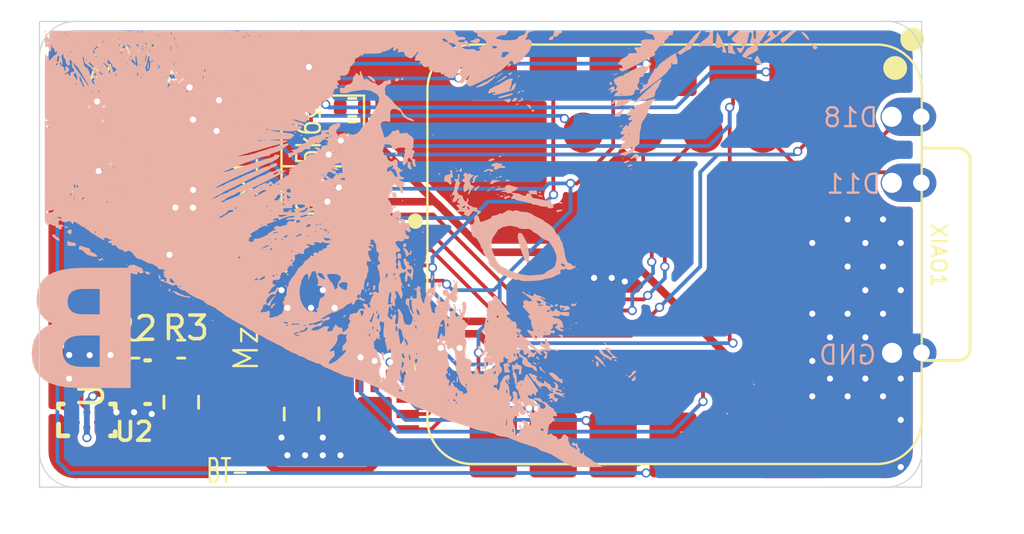
<source format=kicad_pcb>
(kicad_pcb (version 20241229) (generator "pcbnew") (generator_version "9.0")
  (title_block (title "3 Axis Driver Board") (date "2025-03-27") (rev "1") (company "Allen Alvarez"))
  (layers (0 "F.Cu" signal) (2 "B.Cu" signal) (13 "F.Paste" user) (15 "B.Paste" user) (5 "F.SilkS" user "F.Silkscreen") (7 "B.SilkS" user "B.Silkscreen") (1 "F.Mask" user) (3 "B.Mask" user) (25 "Edge.Cuts" user))
  (net 0 "")
  (net 1 "GND")
  (net 2 "GPI1")
  (net 3 "SCL")
  (net 4 "SDA")
  (net 5 "GPIO0")
  (net 6 "EN_X")
  (net 7 "PWM_X")
  (net 8 "GPI2")
  (net 9 "Net-(BT1--)")
  (net 10 "Net-(ICy1-OUTP)")
  (net 11 "GPIO1")
  (net 12 "PWM_Y")
  (net 13 "GPI3")
  (net 14 "EN_Y")
  (net 15 "Net-(ICy1-OUTN)")
  (net 16 "GPI4")
  (net 17 "GPIO2")
  (net 18 "Net-(ICz1-OUTP)")
  (net 19 "GPI5")
  (net 20 "PWM_Z")
  (net 21 "Net-(ICz1-OUTN)")
  (net 22 "GPI6")
  (net 23 "EN_Z")
  (net 24 "3v3")
  (net 26 "unconnected-(XIAO1-D11-Pad15)")
  (net 27 "unconnected-(XIAO1-D18-Pad22)")
  (net 28 "Net-(U1-BAT)")
  (net 29 "VBAT")
  (net 30 "Net-(ICx1-OUTN)")
  (net 31 "Net-(ICx1-OUTP)")
  (net 32 "Net-(U1-DOUT)")
  (net 33 "Net-(U1-COUT)")
  (net 35 "Net-(U1-V-)")
  (footprint "Resistor_SMD:R_0402_1005Metric" (layer "F.Cu") (at 148.25 92 180)
    (property "Reference" "R201" (hide yes))
    (property "Value" "5k6")
  )
  (footprint "Capacitor_SMD:C_0805_2012Metric" (layer "F.Cu") (at 141 102.5 -90)
    (property "Reference" "C4" (hide yes))
    (property "Value" "100nF")
  )
  (footprint "TestPoint:Castelated Pin" (layer "F.Cu") (at 171.518549 90.400574)
    (property "Reference" "D18")
    (property "Value" "Castleted Pin")
  )
  (footprint "Capacitor_SMD:C_0805_2012Metric" (layer "F.Cu") (at 139.8 95.2)
    (property "Reference" "C2" (hide yes))
    (property "Value" "100 nF")
  )
  (footprint "Resistor_SMD:R_0402_1005Metric" (layer "F.Cu") (at 141 100.25)
    (property "Reference" "R3")
    (property "Value" "330")
  )
  (footprint "Footprints:VLV221007E" (layer "F.Cu") (at 143.7 96.7)
    (property "Reference" "Mx1")
    (property "Value" "~")
  )
  (footprint "Resistor_SMD:R_0402_1005Metric" (layer "F.Cu") (at 148.25 94 180)
    (property "Reference" "R105" (hide yes))
    (property "Value" "2k2")
  )
  (footprint "Footprints:DSE0006A" (layer "F.Cu") (at 138.774999 101.65)
    (property "Reference" "U1")
    (property "Value" "BQ29737DSER")
  )
  (footprint "Footprints:QFN65P300X300X84-12N-D" (layer "F.Cu") (at 149.3 96.7 -90)
    (property "Reference" "ICx1" (hide yes))
    (property "Value" "DA7282-00FV2" (hide yes))
  )
  (footprint "Resistor_SMD:R_0402_1005Metric" (layer "F.Cu") (at 148.25 93 180)
    (property "Reference" "R104" (hide yes))
    (property "Value" "2k2")
  )
  (footprint "TestPoint:Castelated Pin" (layer "F.Cu") (at 171.53177 100.407285)
    (property "Reference" "GND")
    (property "Value" "Castleted Pin")
  )
  (footprint "Footprints:YJE0006A" (layer "F.Cu") (at 137 103.25 90)
    (property "Reference" "U2")
    (property "Value" "CSD83325L")
  )
  (footprint "Footprints:QFN65P300X300X84-12N-D" (layer "F.Cu") (at 139.8 92.1)
    (property "Reference" "ICy1" (hide yes))
    (property "Value" "DA7282-00FV2" (hide yes))
  )
  (footprint "TestPoint:Castelated Pin" (layer "F.Cu") (at 171.525242 93.2)
    (property "Reference" "D11")
    (property "Value" "Castleted Pin")
  )
  (footprint "Footprints:VLV221007E" (layer "F.Cu") (at 143.6 103)
    (property "Reference" "Mz1")
    (property "Value" "~")
  )
  (footprint "Footprints:XIAO-MG24-SMD" (layer "F.Cu") (at 161.85 96.23)
    (property "Reference" "XIAO1")
    (property "Value" "~")
  )
  (footprint "Capacitor_SMD:C_0805_2012Metric" (layer "F.Cu") (at 146.1 103 -90)
    (property "Reference" "C3" (hide yes))
    (property "Value" "100 nF")
  )
  (footprint "Resistor_SMD:R_0402_1005Metric" (layer "F.Cu") (at 148.25 90 180)
    (property "Reference" "R202" (hide yes))
    (property "Value" "5k6")
  )
  (footprint "Resistor_SMD:R_0402_1005Metric" (layer "F.Cu") (at 148.25 91 180)
    (property "Reference" "R203" (hide yes))
    (property "Value" "5k6")
  )
  (footprint "Footprints:QFN65P300X300X84-12N-D" (layer "F.Cu") (at 149.2 103 -90)
    (property "Reference" "ICz1" (hide yes))
    (property "Value" "DA7282-00FV2" (hide yes))
  )
  (footprint "Footprints:CAT" (layer "F.Cu") (at 154.25 95.75)
    (property "Reference" "G***" (hide yes))
    (property "Value" "LOGO" (hide yes))
  )
  (footprint "Capacitor_SMD:C_0805_2012Metric" (layer "F.Cu") (at 146.172406 96.7 -90)
    (property "Reference" "C1" (hide yes))
    (property "Value" "100 nF")
  )
  (footprint "Footprints:VLV221007E" (layer "F.Cu") (at 139.8 97.7 90)
    (property "Reference" "My1")
    (property "Value" "~")
  )
  (footprint "Resistor_SMD:R_0402_1005Metric" (layer "F.Cu") (at 139.055 100.25 180)
    (property "Reference" "R2")
    (property "Value" "2k2")
  )
  (gr_line (start 160.75 105.5) (end 161.75 105.5) (stroke (width 0.2)) (layer "F.Cu") (net 16))
  (gr_line (start 145.25 92.5) (end 145.25 94.5) (stroke (width 0.1)) (layer "F.SilkS"))
  (gr_line (start 148.75 89.5) (end 148.75 92.5) (stroke (width 0.1)) (layer "F.SilkS"))
  (gr_line (start 145.25 92.5) (end 145.25 89.5) (stroke (width 0.1)) (layer "F.SilkS"))
  (gr_line (start 145.25 94.5) (end 148.75 94.5) (stroke (width 0.1)) (layer "F.SilkS"))
  (gr_line (start 145.25 89.5) (end 148.75 89.5) (stroke (width 0.1)) (layer "F.SilkS"))
  (gr_line (start 148.75 92.5) (end 145.25 92.5) (stroke (width 0.1)) (layer "F.SilkS"))
  (gr_line (start 148.75 94.5) (end 148.75 92.5) (stroke (width 0.1)) (layer "F.SilkS"))
  (gr_arc (start 136.49 106.1) (mid 135.429316 105.660651) (end 134.989967 104.599967) (stroke (width 0.05)) (layer "Edge.Cuts"))
  (gr_arc (start 172.390033 104.6) (mid 171.950684 105.660684) (end 170.89 106.100033) (stroke (width 0.05)) (layer "Edge.Cuts"))
  (gr_rect (start 134.99 86.36) (end 172.39 106.1) (stroke (width 0.05)) (fill no) (layer "Edge.Cuts"))
  (gr_arc (start 134.990651 87.860684) (mid 135.43 86.8) (end 136.490684 86.360651) (stroke (width 0.05)) (layer "Edge.Cuts"))
  (gr_arc (start 170.89 86.349967) (mid 171.950684 86.789316) (end 172.390033 87.85) (stroke (width 0.05)) (layer "Edge.Cuts"))
  (gr_text "2k2" (at 147 94.5 90) (layer "F.SilkS") (effects (font (size 1 0.7) (thickness 0.1)) (justify left bottom)))
  (gr_text "BT+" (at 135.5 94 0) (layer "F.SilkS") (effects (font (size 1 0.6) (thickness 0.1)) (justify left bottom)))
  (gr_text "5k6Ω" (at 147 92.5 90) (layer "F.SilkS") (effects (font (size 1 0.7) (thickness 0.1)) (justify left bottom)))
  (gr_text "BT-" (at 142 106 0) (layer "F.SilkS") (effects (font (size 1 0.6) (thickness 0.1)) (justify left bottom)))
  (gr_text "3 Axis LRA Driver\nAAC  REV 2" (at 137 89 0) (layer "F.SilkS") (effects (font (size 0.7 0.7) (thickness 0.1)) (justify left bottom)))
  (gr_text "B" (at 139.5 102.75 0) (layer "B.SilkS") (effects (font (size 5 5) (thickness 0.1)) (justify left bottom mirror)))
  (segment (start 139 102.924999) (end 139.674999 102.924999) (width 0.325) (layer "F.Cu") (net 1))
  (segment (start 139 102.924999) (end 137.649999 102.924999) (width 0.325) (layer "F.Cu") (net 1))
  (segment (start 136.25 101.5) (end 136.2 101.55) (width 0.325) (layer "F.Cu") (net 1))
  (segment (start 159.649337 97.23) (end 159.802337 97.383) (width 0.95) (layer "F.Cu") (net 1))
  (segment (start 158.98 97.23) (end 159.25 97.23) (width 0.95) (layer "F.Cu") (net 1))
  (segment (start 159.25 97.23) (end 159.649337 97.23) (width 0.95) (layer "F.Cu") (net 1))
  (segment (start 156.875189 97.23) (end 158.5 97.23) (width 0.95) (layer "F.Cu") (net 1))
  (segment (start 158.5 97.23) (end 158.98 97.23) (width 0.95) (layer "F.Cu") (net 1))
  (segment (start 139.674999 102.924999) (end 139.75 103) (width 0.325) (layer "F.Cu") (net 1))
  (segment (start 136.2 102.775) (end 136.349999 102.924999) (width 0.325) (layer "F.Cu") (net 1))
  (segment (start 136.2 101.55) (end 136.2 102.775) (width 0.325) (layer "F.Cu") (net 1))
  (via (at 139 102.924999) (size 0.39) (drill 0.26) (layers "F.Cu" "B.Cu") (net 1))
  (via (at 171.5 103.25) (size 0.39) (drill 0.26) (layers "F.Cu" "B.Cu") (net 1))
  (via (at 138 100.5) (size 0.39) (drill 0.26) (layers "F.Cu" "B.Cu") (net 1))
  (via (at 145.5 98.5) (size 0.39) (drill 0.26) (layers "F.Cu" "B.Cu") (net 1))
  (via (at 167.75 102.25) (size 0.39) (drill 0.26) (layers "F.Cu" "B.Cu") (net 1))
  (via (at 171.5 105.25) (size 0.39) (drill 0.26) (layers "F.Cu" "B.Cu") (net 1))
  (via (at 170 101.5) (size 0.39) (drill 0.26) (layers "F.Cu" "B.Cu") (net 1))
  (via (at 140.75 94.25) (size 0.39) (drill 0.26) (layers "F.Cu" "B.Cu") (net 1))
  (via (at 169.25 98.75) (size 0.39) (drill 0.26) (layers "F.Cu" "B.Cu") (net 1))
  (via (at 171.5 97.75) (size 0.39) (drill 0.26) (layers "F.Cu" "B.Cu") (net 1))
  (via (at 145.25 97.75) (size 0.39) (drill 0.26) (layers "F.Cu" "B.Cu") (net 1))
  (via (at 169.25 94.75) (size 0.39) (drill 0.26) (layers "F.Cu" "B.Cu") (net 1))
  (via (at 141.5 93.5) (size 0.39) (drill 0.26) (layers "F.Cu" "B.Cu") (net 1))
  (via (at 170 95.75) (size 0.39) (drill 0.26) (layers "F.Cu" "B.Cu") (net 1))
  (via (at 170 99.75) (size 0.39) (drill 0.26) (layers "F.Cu" "B.Cu") (net 1))
  (via (at 167.75 100.75) (size 0.39) (drill 0.26) (layers "F.Cu" "B.Cu") (net 1))
  (via (at 169.25 102.25) (size 0.39) (drill 0.26) (layers "F.Cu" "B.Cu") (net 1))
  (via (at 146.5 98.5) (size 0.39) (drill 0.26) (layers "F.Cu" "B.Cu") (net 1))
  (via (at 147.5 98.5) (size 0.39) (drill 0.26) (layers "F.Cu" "B.Cu") (net 1))
  (via (at 147 97.75) (size 0.39) (drill 0.26) (layers "F.Cu" "B.Cu") (net 1))
  (via (at 136.25 101.5) (size 0.39) (drill 0.26) (layers "F.Cu" "B.Cu") (net 1))
  (via (at 171.5 101.5) (size 0.39) (drill 0.26) (layers "F.Cu" "B.Cu") (net 1))
  (via (at 147 104.75) (size 0.39) (drill 0.26) (layers "F.Cu" "B.Cu") (net 1))
  (via (at 147 104) (size 0.39) (drill 0.26) (layers "F.Cu" "B.Cu") (net 1))
  (via (at 170 97.75) (size 0.39) (drill 0.26) (layers "F.Cu" "B.Cu") (net 1))
  (via (at 170.75 94.75) (size 0.39) (drill 0.26) (layers "F.Cu" "B.Cu") (net 1))
  (via (at 171.5 95.75) (size 0.39) (drill 0.26) (layers "F.Cu" "B.Cu") (net 1))
  (via (at 159.25 97.23) (size 0.39) (drill 0.26) (layers "F.Cu" "B.Cu") (net 1))
  (via (at 146.25 104.75) (size 0.39) (drill 0.26) (layers "F.Cu" "B.Cu") (net 1))
  (via (at 169.25 96.75) (size 0.39) (drill 0.26) (layers "F.Cu" "B.Cu") (net 1))
  (via (at 167.75 98.75) (size 0.39) (drill 0.26) (layers "F.Cu" "B.Cu") (net 1))
  (via (at 140.5 96.25) (size 0.39) (drill 0.26) (layers "F.Cu" "B.Cu") (net 1))
  (via (at 141.5 94.25) (size 0.39) (drill 0.26) (layers "F.Cu" "B.Cu") (net 1))
  (via (at 168.5 99.75) (size 0.39) (drill 0.26) (layers "F.Cu" "B.Cu") (net 1))
  (via (at 139.75 103) (size 0.39) (drill 0.26) (layers "F.Cu" "B.Cu") (net 1))
  (via (at 137.11757 100.506971) (size 0.39) (drill 0.26) (layers "F.Cu" "B.Cu") (net 1))
  (via (at 170.75 96.75) (size 0.39) (drill 0.26) (layers "F.Cu" "B.Cu") (net 1))
  (via (at 170.75 102.25) (size 0.39) (drill 0.26) (layers "F.Cu" "B.Cu") (net 1))
  (via (at 159.802337 97.383) (size 0.39) (drill 0.26) (layers "F.Cu" "B.Cu") (net 1))
  (via (at 167.75 95.75) (size 0.39) (drill 0.26) (layers "F.Cu" "B.Cu") (net 1))
  (via (at 147.75 104.75) (size 0.39) (drill 0.26) (layers "F.Cu" "B.Cu") (net 1))
  (via (at 145.5 104.75) (size 0.39) (drill 0.26) (layers "F.Cu" "B.Cu") (net 1))
  (via (at 138.25 102.924999) (size 0.39) (drill 0.26) (layers "F.Cu" "B.Cu") (net 1))
  (via (at 136.25 100.5) (size 0.39) (drill 0.26) (layers "F.Cu" "B.Cu") (net 1))
  (via (at 168.5 101.5) (size 0.39) (drill 0.26) (layers "F.Cu" "B.Cu") (net 1))
  (via (at 138.25 102.924999) (size 0.39) (drill 0.26) (layers "F.Cu" "B.Cu") (net 1))
  (via (at 145.25 104) (size 0.39) (drill 0.26) (layers "F.Cu" "B.Cu") (net 1))
  (via (at 170.75 98.75) (size 0.39) (drill 0.26) (layers "F.Cu" "B.Cu") (net 1))
  (via (at 158.5 97.23) (size 0.39) (drill 0.26) (layers "F.Cu" "B.Cu") (net 1))
  (segment (start 149.3 95.3) (end 149.3 94.665) (width 0.16) (layer "F.Cu") (net 2))
  (segment (start 163.12 91.070994) (end 161.5 92.690994) (width 0.16) (layer "F.Cu") (net 2))
  (segment (start 161.5 92.690994) (end 161.5 96.75) (width 0.16) (layer "F.Cu") (net 2))
  (segment (start 149.421 94.544) (end 151.681545 94.544) (width 0.16) (layer "F.Cu") (net 2))
  (segment (start 151.681545 94.544) (end 155.276545 98.139) (width 0.16) (layer "F.Cu") (net 2))
  (segment (start 160.611 98.139) (end 160.75 98) (width 0.16) (layer "F.Cu") (net 2))
  (segment (start 149.3 94.665) (end 149.421 94.544) (width 0.16) (layer "F.Cu") (net 2))
  (segment (start 155.276545 98.139) (end 160.611 98.139) (width 0.16) (layer "F.Cu") (net 2))
  (via (at 160.775 97.975) (size 0.39) (drill 0.26) (layers "F.Cu" "B.Cu") (net 2))
  (via (at 161.5 96.75) (size 0.39) (drill 0.26) (layers "F.Cu" "B.Cu") (net 2))
  (segment (start 160.775 97.975) (end 161.5 97.25) (width 0.16) (layer "B.Cu") (net 2))
  (segment (start 161.5 97.25) (end 161.5 96.75) (width 0.16) (layer "B.Cu") (net 2))
  (segment (start 141.364002 90.519) (end 141.5 90.519) (width 0.16) (layer "F.Cu") (net 3))
  (segment (start 151.65 96.7) (end 150.7 96.7) (width 0.16) (layer "F.Cu") (net 3))
  (segment (start 139.8 90.138) (end 139.994 89.944) (width 0.16) (layer "F.Cu") (net 3))
  (segment (start 151.45 103) (end 150.6 103) (width 0.16) (layer "F.Cu") (net 3))
  (segment (start 152.8 101.65) (end 152.8 100.2) (width 0.16) (layer "F.Cu") (net 3))
  (segment (start 156.780958 93.7) (end 156.780958 93.240958) (width 0.16) (layer "F.Cu") (net 3))
  (segment (start 156.780958 93.240958) (end 156.77 93.23) (width 0.16) (layer "F.Cu") (net 3))
  (segment (start 151.45 103) (end 152.8 101.65) (width 0.16) (layer "F.Cu") (net 3))
  (segment (start 139.994 89.944) (end 140.789002 89.944) (width 0.16) (layer "F.Cu") (net 3))
  (segment (start 140.789002 89.944) (end 141.364002 90.519) (width 0.16) (layer "F.Cu") (net 3))
  (segment (start 139.8 90.7) (end 139.8 90.138) (width 0.16) (layer "F.Cu") (net 3))
  (segment (start 147.685 94) (end 147.25 94) (width 0.16) (layer "F.Cu") (net 3))
  (segment (start 156.77 93.23) (end 156.77 88.1475) (width 0.16) (layer "F.Cu") (net 3))
  (via (at 141.5 90.519) (size 0.39) (drill 0.26) (layers "F.Cu" "B.Cu") (net 3))
  (via (at 156.780958 93.7) (size 0.39) (drill 0.26) (layers "F.Cu" "B.Cu") (net 3))
  (via (at 152.8 100.2) (size 0.39) (drill 0.26) (layers "F.Cu" "B.Cu") (net 3))
  (via (at 151.65 96.8) (size 0.39) (drill 0.26) (layers "F.Cu" "B.Cu") (net 3))
  (via (at 147.2 94) (size 0.39) (drill 0.26) (layers "F.Cu" "B.Cu") (net 3))
  (segment (start 156.480958 94) (end 156.780958 93.7) (width 0.16) (layer "B.Cu") (net 3))
  (segment (start 147.893728 94.693728) (end 147.2 94) (width 0.16) (layer "B.Cu") (net 3))
  (segment (start 154 94) (end 153.306272 94.693728) (width 0.16) (layer "B.Cu") (net 3))
  (segment (start 146.489375 94) (end 147.2 94) (width 0.16) (layer "B.Cu") (net 3))
  (segment (start 153.306272 94.693728) (end 147.893728 94.693728) (width 0.16) (layer "B.Cu") (net 3))
  (segment (start 156.530958 94) (end 156.5 94) (width 0.16) (layer "B.Cu") (net 3))
  (segment (start 141.5 90.519) (end 141.5 90.75) (width 0.16) (layer "B.Cu") (net 3))
  (segment (start 143 92.25) (end 144.739375 92.25) (width 0.16) (layer "B.Cu") (net 3))
  (segment (start 141.5 90.75) (end 143 92.25) (width 0.16) (layer "B.Cu") (net 3))
  (segment (start 151.65 97.8) (end 151.65 96.8) (width 0.16) (layer "B.Cu") (net 3))
  (segment (start 156.5 94) (end 156.5 93.980958) (width 0.16) (layer "B.Cu") (net 3))
  (segment (start 151.65 96.35) (end 151.65 96.8) (width 0.16) (layer "B.Cu") (net 3))
  (segment (start 156.5 94) (end 154 94) (width 0.16) (layer "B.Cu") (net 3))
  (segment (start 152.8 98.95) (end 152.8 100.1825) (width 0.16) (layer "B.Cu") (net 3))
  (segment (start 151.65 97.8) (end 152.8 98.95) (width 0.16) (layer "B.Cu") (net 3))
  (segment (start 144.739375 92.25) (end 146.489375 94) (width 0.16) (layer "B.Cu") (net 3))
  (segment (start 156.5 93.980958) (end 156.780958 93.7) (width 0.16) (layer "B.Cu") (net 3))
  (segment (start 154 94) (end 151.65 96.35) (width 0.16) (layer "B.Cu") (net 3))
  (segment (start 141.956 90.994) (end 140.844 90.994) (width 0.16) (layer "F.Cu") (net 4))
  (segment (start 151.6 103.65) (end 150.6 103.65) (width 0.16) (layer "F.Cu") (net 4))
  (segment (start 157.5 93.22529) (end 157.77471 93.22529) (width 0.16) (layer "F.Cu") (net 4))
  (segment (start 153.6 101.65) (end 153.6 100.4) (width 0.16) (layer "F.Cu") (net 4))
  (segment (start 141.956 91) (end 141.956 90.994) (width 0.16) (layer "F.Cu") (net 4))
  (segment (start 142.5 91) (end 141.956 91) (width 0.16) (layer "F.Cu") (net 4))
  (segment (start 152.1 97.35) (end 152.25 97.5) (width 0.16) (layer "F.Cu") (net 4))
  (segment (start 140.844 90.994) (end 140.5 90.65) (width 0.16) (layer "F.Cu") (net 4))
  (segment (start 151.6 103.65) (end 153.6 101.65) (width 0.16) (layer "F.Cu") (net 4))
  (segment (start 150.7 97.35) (end 152.1 97.35) (width 0.16) (layer "F.Cu") (net 4))
  (segment (start 147.68 93.4) (end 147.68 93) (width 0.16) (layer "F.Cu") (net 4))
  (segment (start 159.31 91.69) (end 159.31 88.1475) (width 0.16) (layer "F.Cu") (net 4))
  (segment (start 157.77471 93.22529) (end 159.31 91.69) (width 0.16) (layer "F.Cu") (net 4))
  (via (at 157.5 93.22529) (size 0.39) (drill 0.26) (layers "F.Cu" "B.Cu") (net 4))
  (via (at 152.25 97.5) (size 0.39) (drill 0.26) (layers "F.Cu" "B.Cu") (net 4))
  (via (at 153.6 100.4) (size 0.39) (drill 0.26) (layers "F.Cu" "B.Cu") (net 4))
  (via (at 142.5 91) (size 0.39) (drill 0.26) (layers "F.Cu" "B.Cu") (net 4))
  (via (at 147.68 93.4) (size 0.39) (drill 0.26) (layers "F.Cu" "B.Cu") (net 4))
  (segment (start 154.5 98.612503) (end 153.6 99.512503) (width 0.16) (layer "B.Cu") (net 4))
  (segment (start 154.25 97.75) (end 152.5 97.75) (width 0.16) (layer "B.Cu") (net 4))
  (segment (start 154.5 98.612503) (end 154.5 97.5) (width 0.16) (layer "B.Cu") (net 4))
  (segment (start 154.5 97.401562) (end 154.5 97.5) (width 0.16) (layer "B.Cu") (net 4))
  (segment (start 156.978124 93.224) (end 156.979414 93.22529) (width 0.16) (layer "B.Cu") (net 4))
  (segment (start 156.979414 93.22529) (end 157.5 93.22529) (width 0.16) (layer "B.Cu") (net 4))
  (segment (start 147 93.4) (end 147.594081 93.4) (width 0.16) (layer "B.Cu") (net 4))
  (segment (start 157.5 94.401562) (end 154.5 97.401562) (width 0.16) (layer "B.Cu") (net 4))
  (segment (start 142.9 91.4) (end 145 91.4) (width 0.16) (layer "B.Cu") (net 4))
  (segment (start 153.6 99.512503) (end 153.6 100.4) (width 0.16) (layer "B.Cu") (net 4))
  (segment (start 157.5 93.22529) (end 157.5 94.401562) (width 0.16) (layer "B.Cu") (net 4))
  (segment (start 147.594081 93.4) (end 147.644081 93.45) (width 0.16) (layer "B.Cu") (net 4))
  (segment (start 142.5 91) (end 142.9 91.4) (width 0.16) (layer "B.Cu") (net 4))
  (segment (start 147.644081 93.45) (end 156.357792 93.45) (width 0.16) (layer "B.Cu") (net 4))
  (segment (start 145 91.4) (end 147 93.4) (width 0.16) (layer "B.Cu") (net 4))
  (segment (start 154.5 97.5) (end 154.25 97.75) (width 0.16) (layer "B.Cu") (net 4))
  (segment (start 152.5 97.75) (end 152.25 97.5) (width 0.16) (layer "B.Cu") (net 4))
  (segment (start 156.357792 93.45) (end 156.583792 93.224) (width 0.16) (layer "B.Cu") (net 4))
  (segment (start 156.583792 93.224) (end 156.978124 93.224) (width 0.16) (layer "B.Cu") (net 4))
  (segment (start 151.609527 96.05) (end 150.7 96.05) (width 0.16) (layer "F.Cu") (net 5))
  (segment (start 160.069001 99.681) (end 161.275 98.475) (width 0.16) (layer "F.Cu") (net 5))
  (segment (start 147.68 92) (end 147.25 92) (width 0.16) (layer "F.Cu") (net 5))
  (segment (start 160.069001 99.681) (end 155.240527 99.681) (width 0.16) (layer "F.Cu") (net 5))
  (segment (start 169.47 89.53) (end 169.47 88.1475) (width 0.16) (layer "F.Cu") (net 5))
  (segment (start 155.240527 99.681) (end 151.609527 96.05) (width 0.16) (layer "F.Cu") (net 5))
  (segment (start 167.130379 91.869621) (end 169.47 89.53) (width 0.16) (layer "F.Cu") (net 5))
  (via (at 161.275 98.475) (size 0.39) (drill 0.26) (layers "F.Cu" "B.Cu") (net 5))
  (via (at 167.130379 91.869621) (size 0.39) (drill 0.26) (layers "F.Cu" "B.Cu") (net 5))
  (via (at 147.25 92) (size 0.39) (drill 0.26) (layers "F.Cu" "B.Cu") (net 5))
  (segment (start 163 96.75) (end 163 92.75) (width 0.16) (layer "B.Cu") (net 5))
  (segment (start 163.75 92) (end 167 92) (width 0.16) (layer "B.Cu") (net 5))
  (segment (start 167 92) (end 167.130379 91.869621) (width 0.16) (layer "B.Cu") (net 5))
  (segment (start 161.315185 98.434816) (end 163 96.75) (width 0.16) (layer "B.Cu") (net 5))
  (segment (start 163 92.75) (end 163.75 92) (width 0.16) (layer "B.Cu") (net 5))
  (segment (start 147.25 92) (end 163.75 92) (width 0.16) (layer "B.Cu") (net 5))
  (segment (start 149.95 98.1) (end 149.95 98.7) (width 0.325) (layer "F.Cu") (net 6))
  (segment (start 149.95 98.7) (end 150.324 99.074) (width 0.325) (layer "F.Cu") (net 6))
  (segment (start 153.817876 99.074) (end 155.97487 101.230994) (width 0.325) (layer "F.Cu") (net 6))
  (segment (start 150.324 99.074) (end 153.817876 99.074) (width 0.325) (layer "F.Cu") (net 6))
  (segment (start 155.97487 101.230994) (end 158.04 101.230994) (width 0.325) (layer "F.Cu") (net 6))
  (segment (start 147.178406 95.3) (end 148.65 95.3) (width 0.16) (layer "F.Cu") (net 7))
  (segment (start 160.705 88.1475) (end 161.85 88.1475) (width 0.16) (layer "F.Cu") (net 7))
  (segment (start 146.409725 88.340275) (end 146.5 88.43055) (width 0.16) (layer "F.Cu") (net 7))
  (segment (start 146.409725 88.295) (end 146.409725 88.340275) (width 0.16) (layer "F.Cu") (net 7))
  (segment (start 146.5 88.43055) (end 146.5 94.59472) (width 0.16) (layer "F.Cu") (net 7))
  (segment (start 146.5 94.59472) (end 147.178406 95.273126) (width 0.16) (layer "F.Cu") (net 7))
  (segment (start 147.178406 95.273126) (end 147.178406 95.3) (width 0.16) (layer "F.Cu") (net 7))
  (via (at 146.409725 88.295) (size 0.39) (drill 0.26) (layers "F.Cu" "B.Cu") (net 7))
  (via (at 160.705 88.1475) (size 0.39) (drill 0.26) (layers "F.Cu" "B.Cu") (net 7))
  (segment (start 146.499 88.251) (end 146.6025 88.1475) (width 0.16) (layer "B.Cu") (net 7))
  (segment (start 160.75 88.1475) (end 146.6025 88.1475) (width 0.16) (layer "B.Cu") (net 7))
  (segment (start 146.499 88.251) (end 146.409725 88.251) (width 0.16) (layer "B.Cu") (net 7))
  (segment (start 154.863999 98.613999) (end 151.55 95.3) (width 0.16) (layer "F.Cu") (net 8))
  (segment (start 160.58 95.42) (end 160.58 91.070994) (width 0.16) (layer "F.Cu") (net 8))
  (segment (start 160.118537 98.613999) (end 154.863999 98.613999) (width 0.16) (layer "F.Cu") (net 8))
  (segment (start 151.55 95.3) (end 149.95 95.3) (width 0.16) (layer "F.Cu") (net 8))
  (segment (start 160.944575 95.784575) (end 160.58 95.42) (width 0.16) (layer "F.Cu") (net 8))
  (segment (start 160.944575 96.550994) (end 160.944575 95.784575) (width 0.16) (layer "F.Cu") (net 8))
  (via (at 160.118537 98.613999) (size 0.39) (drill 0.26) (layers "F.Cu" "B.Cu") (net 8))
  (via (at 160.944575 96.550994) (size 0.39) (drill 0.26) (layers "F.Cu" "B.Cu") (net 8))
  (segment (start 161 96.606419) (end 161 97.034233) (width 0.16) (layer "B.Cu") (net 8))
  (segment (start 160.118537 97.915696) (end 160.118537 98.613999) (width 0.16) (layer "B.Cu") (net 8))
  (segment (start 160.944575 96.550994) (end 161 96.606419) (width 0.16) (layer "B.Cu") (net 8))
  (segment (start 161 97.034233) (end 160.118537 97.915696) (width 0.16) (layer "B.Cu") (net 8))
  (segment (start 139.699999 102.149999) (end 141 103.45) (width 0.325) (layer "F.Cu") (net 9))
  (segment (start 141.14 103.715001) (end 141.14 103.72) (width 0.25) (layer "F.Cu") (net 9))
  (segment (start 139.374998 102.149999) (end 139.699999 102.149999) (width 0.325) (layer "F.Cu") (net 9))
  (segment (start 139.8 96.7) (end 138.8 97.7) (width 0.325) (layer "F.Cu") (net 10))
  (segment (start 139.8 93.5) (end 139.8 96.7) (width 0.325) (layer "F.Cu") (net 10))
  (segment (start 139.431 89.319) (end 139.15 89.6) (width 0.16) (layer "F.Cu") (net 11))
  (segment (start 139.15 89.6) (end 139.15 90.7) (width 0.16) (layer "F.Cu") (net 11))
  (segment (start 147.66 90) (end 147.25 90) (width 0.16) (layer "F.Cu") (net 11))
  (segment (start 141.192 89.319) (end 139.431 89.319) (width 0.16) (layer "F.Cu") (net 11))
  (segment (start 165.785 88.5) (end 166.5775 88.5) (width 0.16) (layer "F.Cu") (net 11))
  (segment (start 141.3555 89.1555) (end 141.192 89.319) (width 0.16) (layer "F.Cu") (net 11))
  (via (at 141.3555 89.1555) (size 0.39) (drill 0.26) (layers "F.Cu" "B.Cu") (net 11))
  (via (at 147.125 89.875) (size 0.39) (drill 0.26) (layers "F.Cu" "B.Cu") (net 11))
  (via (at 165.785 88.5) (size 0.39) (drill 0.26) (layers "F.Cu" "B.Cu") (net 11))
  (segment (start 146.775 89.875) (end 147.125 89.875) (width 0.16) (layer "B.Cu") (net 11))
  (segment (start 163.472982 88.5) (end 165.74 88.5) (width 0.16) (layer "B.Cu") (net 11))
  (segment (start 161.972982 90) (end 163.472982 88.5) (width 0.16) (layer "B.Cu") (net 11))
  (segment (start 141.4 89.111) (end 146.011 89.111) (width 0.16) (layer "B.Cu") (net 11))
  (segment (start 147.125 89.875) (end 147.25 90) (width 0.16) (layer "B.Cu") (net 11))
  (segment (start 147.25 90) (end 161.972982 90) (width 0.16) (layer "B.Cu") (net 11))
  (segment (start 146.011 89.111) (end 146.775 89.875) (width 0.16) (layer "B.Cu") (net 11))
  (segment (start 137.5 92.7) (end 138.35 92.7) (width 0.16) (layer "F.Cu") (net 12))
  (segment (start 152.75 88.75) (end 153.6275 88.75) (width 0.16) (layer "F.Cu") (net 12))
  (via (at 137.5 92.7) (size 0.39) (drill 0.26) (layers "F.Cu" "B.Cu") (net 12))
  (via (at 152.75 88.75) (size 0.39) (drill 0.26) (layers "F.Cu" "B.Cu") (net 12))
  (segment (start 141.573166 88.7) (end 141.552666 88.6795) (width 0.16) (layer "B.Cu") (net 12))
  (segment (start 146.181531 88.771) (end 146.090031 88.6795) (width 0.16) (layer "B.Cu") (net 12))
  (segment (start 139.9 88.7) (end 139.246176 89.353824) (width 0.16) (layer "B.Cu") (net 12))
  (segment (start 141.137834 88.7) (end 139.9 88.7) (width 0.16) (layer "B.Cu") (net 12))
  (segment (start 141.552666 88.6795) (end 141.158334 88.6795) (width 0.16) (layer "B.Cu") (net 12))
  (segment (start 145.811468 88.7) (end 141.573166 88.7) (width 0.16) (layer "B.Cu") (net 12))
  (segment (start 141.158334 88.6795) (end 141.137834 88.7) (width 0.16) (layer "B.Cu") (net 12))
  (segment (start 139.9205 88.6795) (end 139.246176 89.353824) (width 0.16) (layer "B.Cu") (net 12))
  (segment (start 146.090031 88.6795) (end 139.9205 88.6795) (width 0.16) (layer "B.Cu") (net 12))
  (segment (start 139.246176 90.953824) (end 137.5 92.7) (width 0.16) (layer "B.Cu") (net 12))
  (segment (start 139.246176 89.353824) (end 139.246176 90.953824) (width 0.16) (layer "B.Cu") (net 12))
  (segment (start 152.75 88.75) (end 152.729 88.771) (width 0.16) (layer "B.Cu") (net 12))
  (segment (start 152.729 88.771) (end 146.181531 88.771) (width 0.16) (layer "B.Cu") (net 12))
  (segment (start 136.956 89.213146) (end 136.956 91.515527) (width 0.16) (layer "F.Cu") (net 13))
  (segment (start 142.6 89.6) (end 142.6 89.7) (width 0.16) (layer "F.Cu") (net 13))
  (segment (start 136.956 91.515527) (end 137.540473 92.1) (width 0.16) (layer "F.Cu") (net 13))
  (segment (start 157.245 90.436) (end 157.25 90.431) (width 0.16) (layer "F.Cu") (net 13))
  (segment (start 141.25 88.25) (end 142.6 89.6) (width 0.16) (layer "F.Cu") (net 13))
  (segment (start 157.245 90.475) (end 157.294 90.475) (width 0.16) (layer "F.Cu") (net 13))
  (segment (start 157.294 90.475) (end 157.819 91) (width 0.16) (layer "F.Cu") (net 13))
  (segment (start 137.540473 92.1) (end 138.4 92.1) (width 0.16) (layer "F.Cu") (net 13))
  (segment (start 141.25 88.25) (end 137.919146 88.25) (width 0.16) (layer "F.Cu") (net 13))
  (segment (start 157.245 90.475) (end 157.245 90.436) (width 0.16) (layer "F.Cu") (net 13))
  (segment (start 137.919146 88.25) (end 136.956 89.213146) (width 0.16) (layer "F.Cu") (net 13))
  (via (at 157.245 90.475) (size 0.39) (drill 0.26) (layers "F.Cu" "B.Cu") (net 13))
  (via (at 142.6 89.7) (size 0.39) (drill 0.26) (layers "F.Cu" "B.Cu") (net 13))
  (segment (start 157.2 90.4) (end 157.161 90.361) (width 0.16) (layer "B.Cu") (net 13))
  (segment (start 145.95 89.7) (end 142.6 89.7) (width 0.16) (layer "B.Cu") (net 13))
  (segment (start 146.611 90.361) (end 145.95 89.7) (width 0.16) (layer "B.Cu") (net 13))
  (segment (start 157.161 90.361) (end 147 90.361) (width 0.16) (layer "B.Cu") (net 13))
  (segment (start 147 90.361) (end 146.611 90.361) (width 0.16) (layer "B.Cu") (net 13))
  (segment (start 143.611668 99.6) (end 153.6 99.6) (width 0.325) (layer "F.Cu") (net 14))
  (segment (start 142.2865 95.125168) (end 142.2865 98.274832) (width 0.325) (layer "F.Cu") (net 14))
  (segment (start 142.15 91.45) (end 142.675168 91.975168) (width 0.325) (layer "F.Cu") (net 14))
  (segment (start 159.3665 102.444494) (end 160.58 101.230994) (width 0.325) (layer "F.Cu") (net 14))
  (segment (start 153.6 99.6) (end 156.444494 102.444494) (width 0.325) (layer "F.Cu") (net 14))
  (segment (start 156.444494 102.444494) (end 159.3665 102.444494) (width 0.325) (layer "F.Cu") (net 14))
  (segment (start 142.675168 91.975168) (end 142.675168 94.7365) (width 0.325) (layer "F.Cu") (net 14))
  (segment (start 142.675168 94.7365) (end 142.2865 95.125168) (width 0.325) (layer "F.Cu") (net 14))
  (segment (start 141.2 91.45) (end 142.15 91.45) (width 0.325) (layer "F.Cu") (net 14))
  (segment (start 142.2865 98.274832) (end 143.611668 99.6) (width 0.325) (layer "F.Cu") (net 14))
  (segment (start 142.037668 92.1) (end 142.149168 92.2115) (width 0.325) (layer "F.Cu") (net 15))
  (segment (start 141.7605 96.75) (end 141.75 96.75) (width 0.325) (layer "F.Cu") (net 15))
  (segment (start 141.2 92.1) (end 142.037668 92.1) (width 0.325) (layer "F.Cu") (net 15))
  (segment (start 142.149168 92.2115) (end 142.149168 94.518624) (width 0.325) (layer "F.Cu") (net 15))
  (segment (start 142.149168 94.518624) (end 141.7605 94.907292) (width 0.325) (layer "F.Cu") (net 15))
  (segment (start 141.75 96.75) (end 140.8 97.7) (width 0.325) (layer "F.Cu") (net 15))
  (segment (start 141.7605 94.907292) (end 141.7605 96.75) (width 0.325) (layer "F.Cu") (net 15))
  (segment (start 137.7 91.45) (end 138.4 91.45) (width 0.16) (layer "F.Cu") (net 16))
  (segment (start 161.949252 104.3125) (end 161.85 104.3125) (width 0.16) (layer "F.Cu") (net 16))
  (segment (start 137.431 89.75) (end 137.431 89.869) (width 0.16) (layer "F.Cu") (net 16))
  (segment (start 137.43 89.87) (end 137.43 91.18) (width 0.16) (layer "F.Cu") (net 16))
  (segment (start 137.431 89.869) (end 137.43 89.87) (width 0.16) (layer "F.Cu") (net 16))
  (segment (start 137.43 91.18) (end 137.7 91.45) (width 0.16) (layer "F.Cu") (net 16))
  (via (at 137.431 89.75) (size 0.39) (drill 0.26) (layers "F.Cu" "B.Cu") (net 16))
  (via (at 160.705 105.5) (size 0.39) (drill 0.26) (layers "F.Cu" "B.Cu") (net 16))
  (segment (start 136.25 105.5) (end 160.66 105.5) (width 0.16) (layer "B.Cu") (net 16))
  (segment (start 135.75 90.5) (end 135.75 105) (width 0.16) (layer "B.Cu") (net 16))
  (segment (start 137.431 89.75) (end 136.5 89.75) (width 0.16) (layer "B.Cu") (net 16))
  (segment (start 135.75 105) (end 136.25 105.5) (width 0.16) (layer "B.Cu") (net 16))
  (segment (start 136.5 89.75) (end 135.75 90.5) (width 0.16) (layer "B.Cu") (net 16))
  (segment (start 164.25 90) (end 164.39 89.86) (width 0.16) (layer "F.Cu") (net 17))
  (segment (start 164.220318 90.029682) (end 164.25 90) (width 0.16) (layer "F.Cu") (net 17))
  (segment (start 164.251 90.029682) (end 164.220318 90.029682) (width 0.16) (layer "F.Cu") (net 17))
  (segment (start 164.39 89.86) (end 164.39 88.1475) (width 0.16) (layer "F.Cu") (net 17))
  (segment (start 147.66 91.3025) (end 147.66 91) (width 0.16) (layer "F.Cu") (net 17))
  (segment (start 152.000134 100.2) (end 152.000134 101.749866) (width 0.16) (layer "F.Cu") (net 17))
  (segment (start 164.251 99.857419) (end 164.251 90.029682) (width 0.16) (layer "F.Cu") (net 17))
  (segment (start 152.000134 101.749866) (end 151.4 102.35) (width 0.16) (layer "F.Cu") (net 17))
  (segment (start 151.4 102.35) (end 150.6 102.35) (width 0.16) (layer "F.Cu") (net 17))
  (segment (start 164.28 99.886419) (end 164.251 99.857419) (width 0.16) (layer "F.Cu") (net 17))
  (segment (start 147.7625 91.405) (end 147.66 91.3025) (width 0.16) (layer "F.Cu") (net 17))
  (via (at 147.7625 91.405) (size 0.39) (drill 0.26) (layers "F.Cu" "B.Cu") (net 17))
  (via (at 152.000134 100.2) (size 0.39) (drill 0.26) (layers "F.Cu" "B.Cu") (net 17))
  (via (at 164.39 99.996419) (size 0.39) (drill 0.26) (layers "F.Cu" "B.Cu") (net 17))
  (via (at 164.25 90) (size 0.39) (drill 0.26) (layers "F.Cu" "B.Cu") (net 17))
  (segment (start 154.823581 99.996419) (end 153.92 100.9) (width 0.16) (layer "B.Cu") (net 17))
  (segment (start 152.677973 100.9) (end 152.069 100.291027) (width 0.16) (layer "B.Cu") (net 17))
  (segment (start 153.92 100.9) (end 152.677973 100.9) (width 0.16) (layer "B.Cu") (net 17))
  (segment (start 163.361 91.639) (end 164.25 90.75) (width 0.16) (layer "B.Cu") (net 17))
  (segment (start 147.9965 91.639) (end 163.361 91.639) (width 0.16) (layer "B.Cu") (net 17))
  (segment (start 152.069 100.291027) (end 152.069 100.193082) (width 0.16) (layer "B.Cu") (net 17))
  (segment (start 164.39 99.996419) (end 154.823581 99.996419) (width 0.16) (layer "B.Cu") (net 17))
  (segment (start 164.25 90.75) (end 164.25 90) (width 0.16) (layer "B.Cu") (net 17))
  (segment (start 147.7625 91.405) (end 147.9965 91.639) (width 0.16) (layer "B.Cu") (net 17))
  (segment (start 147.8 103) (end 144.6 103) (width 0.325) (layer "F.Cu") (net 18))
  (segment (start 144.6 103) (end 143.6 102) (width 0.325) (layer "F.Cu") (net 18))
  (segment (start 149.2 100.75) (end 149.2 101.6) (width 0.16) (layer "F.Cu") (net 19))
  (segment (start 159.31 104.3125) (end 159.2025 104.3125) (width 0.2) (layer "F.Cu") (net 19))
  (segment (start 159.2025 104.3125) (end 158.165 103.275) (width 0.2) (layer "F.Cu") (net 19))
  (via (at 158.165 103.275) (size 0.39) (drill 0.26) (layers "F.Cu" "B.Cu") (net 19))
  (via (at 149.2 100.75) (size 0.39) (drill 0.26) (layers "F.Cu" "B.Cu") (net 19))
  (segment (start 158.165 103.275) (end 158.053349 103.275) (width 0.16) (layer "B.Cu") (net 19))
  (segment (start 150.5 103.25) (end 149.2 101.95) (width 0.16) (layer "B.Cu") (net 19))
  (segment (start 149.2 101.95) (end 149.2 100.75) (width 0.16) (layer "B.Cu") (net 19))
  (segment (start 158.028349 103.25) (end 150.5 103.25) (width 0.16) (layer "B.Cu") (net 19))
  (segment (start 158.053349 103.275) (end 158.028349 103.25) (width 0.16) (layer "B.Cu") (net 19))
  (segment (start 148.6 100.6) (end 148.55 100.65) (width 0.16) (layer "F.Cu") (net 20))
  (segment (start 148.55 100.65) (end 148.55 101.6) (width 0.16) (layer "F.Cu") (net 20))
  (segment (start 163.12 101.230994) (end 163.12 102.47) (width 0.16) (layer "F.Cu") (net 20))
  (via (at 163.12 102.47) (size 0.39) (drill 0.26) (layers "F.Cu" "B.Cu") (net 20))
  (via (at 148.6 100.6) (size 0.39) (drill 0.26) (layers "F.Cu" "B.Cu") (net 20))
  (segment (start 150.25 103.75) (end 161.73 103.75) (width 0.16) (layer "B.Cu") (net 20))
  (segment (start 161.84 103.75) (end 161.73 103.75) (width 0.16) (layer "B.Cu") (net 20))
  (segment (start 150.25 103.75) (end 148.6 102.1) (width 0.16) (layer "B.Cu") (net 20))
  (segment (start 163.12 102.47) (end 161.84 103.75) (width 0.16) (layer "B.Cu") (net 20))
  (segment (start 148.6 102.1) (end 148.6 100.6) (width 0.16) (layer "B.Cu") (net 20))
  (segment (start 149.2 104.4) (end 149.2 105.127) (width 0.325) (layer "F.Cu") (net 21))
  (segment (start 145 105.4) (end 143.6 104) (width 0.325) (layer "F.Cu") (net 21))
  (segment (start 149.2 105.127) (end 148.927 105.4) (width 0.325) (layer "F.Cu") (net 21))
  (segment (start 148.927 105.4) (end 145 105.4) (width 0.325) (layer "F.Cu") (net 21))
  (segment (start 156.77 103.77) (end 155.8 102.8) (width 0.16) (layer "F.Cu") (net 22))
  (segment (start 149.85 100.8) (end 149.85 101.6) (width 0.16) (layer "F.Cu") (net 22))
  (via (at 149.85 100.8) (size 0.39) (drill 0.26) (layers "F.Cu" "B.Cu") (net 22))
  (via (at 155.75 102.75) (size 0.39) (drill 0.26) (layers "F.Cu" "B.Cu") (net 22))
  (segment (start 149.9 101.65) (end 151 102.75) (width 0.16) (layer "B.Cu") (net 22))
  (segment (start 151 102.75) (end 155.75 102.75) (width 0.16) (layer "B.Cu") (net 22))
  (segment (start 149.9 100.8) (end 149.9 101.65) (width 0.16) (layer "B.Cu") (net 22))
  (segment (start 154.23 104.3125) (end 149.9375 104.3125) (width 0.325) (layer "F.Cu") (net 23))
  (segment (start 149.9375 104.3125) (end 149.85 104.4) (width 0.325) (layer "F.Cu") (net 23))
  (segment (start 165.42 97.5) (end 165.42 99.754845) (width 0.325) (layer "F.Cu") (net 24))
  (segment (start 151.865249 94.1005) (end 151.8505 94.1005) (width 0.325) (layer "F.Cu") (net 24))
  (segment (start 148.76 92) (end 149.75 92) (width 0.325) (layer "F.Cu") (net 24))
  (segment (start 150.75 93) (end 151.75 94) (width 0.325) (layer "F.Cu") (net 24))
  (segment (start 148.76 91.01) (end 149.75 92) (width 0.325) (layer "F.Cu") (net 24))
  (segment (start 148.76 91) (end 148.76 91.01) (width 0.325) (layer "F.Cu") (net 24))
  (segment (start 151.8505 94.1005) (end 151.75 94) (width 0.325) (layer "F.Cu") (net 24))
  (segment (start 148.76 94) (end 148.76 90) (width 0.325) (layer "F.Cu") (net 24))
  (segment (start 153.908249 96.1435) (end 151.865249 94.1005) (width 0.325) (layer "F.Cu") (net 24))
  (segment (start 164.39 104.3125) (end 164.39 100.784845) (width 0.325) (layer "F.Cu") (net 24))
  (segment (start 148.76 93) (end 150.75 93) (width 0.325) (layer "F.Cu") (net 24))
  (segment (start 149.75 92) (end 150.75 93) (width 0.325) (layer "F.Cu") (net 24))
  (segment (start 165.42 99.754845) (end 164.39 100.784845) (width 0.325) (layer "F.Cu") (net 24))
  (segment (start 164.39 100.784845) (end 159.748655 96.1435) (width 0.325) (layer "F.Cu") (net 24))
  (segment (start 151.75 94) (end 148.76 94) (width 0.325) (layer "F.Cu") (net 24))
  (segment (start 159.748655 96.1435) (end 153.908249 96.1435) (width 0.325) (layer "F.Cu") (net 24))
  (segment (start 171.100242 92.75) (end 171.550242 93.2) (width 0.16) (layer "F.Cu") (net 26))
  (segment (start 165.66 101.230994) (end 166.551 100.339994) (width 0.16) (layer "F.Cu") (net 26))
  (segment (start 166.551 94.449) (end 168.25 92.75) (width 0.16) (layer "F.Cu") (net 26))
  (segment (start 166.551 100.339994) (end 166.551 94.449) (width 0.16) (layer "F.Cu") (net 26))
  (segment (start 168.25 92.75) (end 171.100242 92.75) (width 0.16) (layer "F.Cu") (net 26))
  (segment (start 166.934627 92.345621) (end 169.598502 92.345621) (width 0.16) (layer "F.Cu") (net 27))
  (segment (start 169.722061 92.222061) (end 171.543549 90.400574) (width 0.16) (layer "F.Cu") (net 27))
  (segment (start 169.598502 92.345621) (end 169.722061 92.222061) (width 0.16) (layer "F.Cu") (net 27))
  (segment (start 165.66 91.070994) (end 166.934627 92.345621) (width 0.16) (layer "F.Cu") (net 27))
  (segment (start 140.974999 101.65) (end 141.024999 101.7) (width 0.325) (layer "F.Cu") (net 28))
  (segment (start 140.9 101.65) (end 141 101.55) (width 0.25) (layer "F.Cu") (net 28))
  (segment (start 141.509999 101.040001) (end 141.509999 100.3385) (width 0.325) (layer "F.Cu") (net 28))
  (segment (start 139.374998 101.65) (end 140.9 101.65) (width 0.25) (layer "F.Cu") (net 28))
  (segment (start 141 101.55) (end 141.509999 101.040001) (width 0.325) (layer "F.Cu") (net 28))
  (segment (start 140.874998 101.424998) (end 141 101.55) (width 0.325) (layer "F.Cu") (net 28))
  (segment (start 146 87.425) (end 145.125 87.425) (width 0.95) (layer "F.Cu") (net 29))
  (segment (start 136.2 98) (end 136.2 95.25) (width 0.25) (layer "F.Cu") (net 29))
  (segment (start 147.8 102.35) (end 146.4 102.35) (width 0.325) (layer "F.Cu") (net 29))
  (segment (start 141.750695 99.515002) (end 137.715002 99.515002) (width 0.25) (layer "F.Cu") (net 29))
  (segment (start 146.1 102.05) (end 145.124 101.074) (width 0.25) (layer "F.Cu") (net 29))
  (segment (start 145.124 101.074) (end 143.309693 101.074) (width 0.25) (layer "F.Cu") (net 29))
  (segment (start 136.75 95.2) (end 138.85 95.2) (width 0.95) (layer "F.Cu") (net 29))
  (segment (start 137.715002 99.515002) (end 136.2 98) (width 0.25) (layer "F.Cu") (net 29))
  (segment (start 140.490001 100.25) (end 140.490001 99.740001) (width 0.25) (layer "F.Cu") (net 29))
  (segment (start 146.172406 95.75) (end 146.172406 95.442812) (width 0.95) (layer "F.Cu") (net 29))
  (segment (start 146.172406 95.442812) (end 145.5 94.770406) (width 0.95) (layer "F.Cu") (net 29))
  (segment (start 145.5 87.425) (end 146 87.425) (width 0.95) (layer "F.Cu") (net 29))
  (segment (start 156.875189 95.23) (end 149.070189 87.425) (width 0.95) (layer "F.Cu") (net 29))
  (segment (start 145.5 94.770406) (end 145.5 87.425) (width 0.95) (layer "F.Cu") (net 29))
  (segment (start 136.2 95.25) (end 136.25 95.2) (width 0.95) (layer "F.Cu") (net 29))
  (segment (start 140.234998 99.515002) (end 137.715002 99.515002) (width 0.25) (layer "F.Cu") (net 29))
  (segment (start 140.25 99.5) (end 140.234998 99.515002) (width 0.25) (layer "F.Cu") (net 29))
  (segment (start 137.675 87.425) (end 136.2 88.9) (width 0.95) (layer "F.Cu") (net 29))
  (segment (start 147.9 96.05) (end 146.472406 96.05) (width 0.325) (layer "F.Cu") (net 29))
  (segment (start 143.309693 101.074) (end 141.750695 99.515002) (width 0.25) (layer "F.Cu") (net 29))
  (segment (start 140.490001 99.740001) (end 140.25 99.5) (width 0.25) (layer "F.Cu") (net 29))
  (segment (start 149.070189 87.425) (end 146 87.425) (width 0.95) (layer "F.Cu") (net 29))
  (segment (start 136.2 95.25) (end 136.2 94.5) (width 0.95) (layer "F.Cu") (net 29))
  (segment (start 136.2 88.9) (end 136.2 94.5) (width 0.95) (layer "F.Cu") (net 29))
  (segment (start 136.75 95.2) (end 136.75 95.05) (width 0.95) (layer "F.Cu") (net 29))
  (segment (start 136.75 95.05) (end 136.2 94.5) (width 0.95) (layer "F.Cu") (net 29))
  (segment (start 145.125 87.425) (end 137.675 87.425) (width 0.95) (layer "F.Cu") (net 29))
  (segment (start 136.25 95.2) (end 136.75 95.2) (width 0.95) (layer "F.Cu") (net 29))
  (segment (start 139.15 93.5) (end 139.15 94.9) (width 0.325) (layer "F.Cu") (net 29))
  (segment (start 149.3 98.827) (end 149.053 99.074) (width 0.325) (layer "F.Cu") (net 30))
  (segment (start 149.053 99.074) (end 145.074 99.074) (width 0.325) (layer "F.Cu") (net 30))
  (segment (start 149.3 98.1) (end 149.3 98.827) (width 0.325) (layer "F.Cu") (net 30))
  (segment (start 145.074 99.074) (end 143.7 97.7) (width 0.325) (layer "F.Cu") (net 30))
  (segment (start 147.9 96.7) (end 144.7 96.7) (width 0.325) (layer "F.Cu") (net 31))
  (segment (start 144.7 96.7) (end 143.7 95.7) (width 0.325) (layer "F.Cu") (net 31))
  (segment (start 137.350001 102.149999) (end 137.25 102.25) (width 0.25) (layer "F.Cu") (net 32))
  (segment (start 137 104) (end 137 103.575001) (width 0.25) (layer "F.Cu") (net 32))
  (segment (start 138.175 102.149999) (end 137.350001 102.149999) (width 0.25) (layer "F.Cu") (net 32))
  (via (at 137 104) (size 0.39) (drill 0.26) (layers "F.Cu" "B.Cu") (net 32))
  (via (at 137.25 102.25) (size 0.39) (drill 0.26) (layers "F.Cu" "B.Cu") (net 32))
  (segment (start 137.25 102.25) (end 137 102.5) (width 0.25) (layer "B.Cu") (net 32))
  (segment (start 137 102.5) (end 137 104) (width 0.25) (layer "B.Cu") (net 32))
  (segment (start 137 101.65) (end 138.175 101.65) (width 0.25) (layer "F.Cu") (net 33))
  (segment (start 136.729 102.465806) (end 136.729 101.921) (width 0.25) (layer "F.Cu") (net 33))
  (segment (start 137 102.736806) (end 136.729 102.465806) (width 0.25) (layer "F.Cu") (net 33))
  (segment (start 137 102.924999) (end 137 102.736806) (width 0.25) (layer "F.Cu") (net 33))
  (segment (start 136.729 101.921) (end 137 101.65) (width 0.25) (layer "F.Cu") (net 33))
  (segment (start 139.374998 101.150001) (end 139.565 100.959999) (width 0.325) (layer "F.Cu") (net 35))
  (segment (start 139.565 100.959999) (end 139.565 100.3385) (width 0.325) (layer "F.Cu") (net 35))
  (segment (start 139.375 101.149999) (end 139.374998 101.150001) (width 0.25) (layer "F.Cu") (net 35))
  (zone (net 0) (net_name "") (layer "F.Cu") (connect_pads yes (clearance 0)) (min_thickness 0.3)
    (keepout (tracks allowed) (vias allowed) (pads allowed) (copperpour not_allowed) (footprints allowed))
    (fill (thermal_gap 0.5) (thermal_bridge_width 0.5))
    (polygon (pts (xy 142.75 89.75) (xy 142.5 91) (xy 142 91) (xy 142.25 89.75)))
  )
  (zone (net 29) (net_name "VBAT") (layer "F.Cu") (priority 4) (connect_pads yes (clearance 0.2)) (min_thickness 0.25) (fill yes (thermal_gap 0.5) (thermal_bridge_width 0.5))
    (polygon (pts (xy 137.75 100) (xy 135 100) (xy 135 94) (xy 137.75 94)))
  )
  (zone (net 0) (net_name "") (layer "F.Cu") (connect_pads yes (clearance 0)) (min_thickness 0.3)
    (keepout (tracks allowed) (vias allowed) (pads allowed) (copperpour not_allowed) (footprints allowed))
    (fill (thermal_gap 0.5) (thermal_bridge_width 0.5))
    (polygon (pts (xy 142 100.75) (xy 142.75 101.25) (xy 142.75 103) (xy 141.75 101) (xy 141.75 100.75)))
  )
  (zone (net 29) (net_name "VBAT") (layer "F.Cu") (priority 6) (connect_pads yes (clearance 0.2)) (min_thickness 0.3) (fill yes (thermal_gap 0.5) (thermal_bridge_width 0.5))
    (polygon (pts (xy 151.5 86.011226) (xy 151.5 95.5) (xy 148.5 95.5) (xy 148.5 96.5) (xy 142.5 96.7) (xy 142.5 91) (xy 138.75 91) (xy 138.75 93) (xy 139.75 93) (xy 139.75 96.75) (xy 141.75 96.75) (xy 145.75 99.5) (xy 151.5 99.5) (xy 151.5 102) (xy 148.25 102) (xy 148.25 103) (xy 141.75 103) (xy 141.75 102) (xy 140 100.75) (xy 139 100) (xy 136.25 100) (xy 134.32 96.72) (xy 134.459527 85.901288)))
  )
  (zone (net 9) (net_name "Net-(BT1--)") (layer "F.Cu") (priority 3) (connect_pads yes (clearance 0.2)) (min_thickness 0.25) (fill yes (thermal_gap 0.5) (thermal_bridge_width 0.5))
    (polygon (pts (xy 142.25 106.25) (xy 142.25 103) (xy 139.396341 103) (xy 135.25 103) (xy 135.23 106.25)))
  )
  (zone (net 29) (net_name "VBAT") (layer "F.Cu") (priority 6) (connect_pads yes (clearance 0.2)) (min_thickness 0.25) (fill yes (thermal_gap 0.5) (thermal_bridge_width 0.5))
    (polygon (pts (xy 150.99628 86.75) (xy 160.243056 86.75) (xy 160.638889 101) (xy 150.953857 101)))
  )
  (zone (net 1) (net_name "GND") (layer "F.Cu") (priority 2) (connect_pads yes (clearance 0.2)) (min_thickness 0.25) (fill yes (thermal_gap 0.5) (thermal_bridge_width 0.5))
    (polygon (pts (xy 133.85 108.09) (xy 134.33 85.57) (xy 173.126777 85.45) (xy 173.17 107.97) (xy 166.550229 108.014654)))
  )
  (zone (net 1) (net_name "GND") (layer "B.Cu") (connect_pads yes (clearance 0.2)) (min_thickness 0.25) (fill yes (thermal_gap 0.5) (thermal_bridge_width 0.5))
    (polygon (pts (xy 134.29 85.49) (xy 173.13 85.77) (xy 173.09 107.61) (xy 133.73 108.05)))
  )
)
</source>
